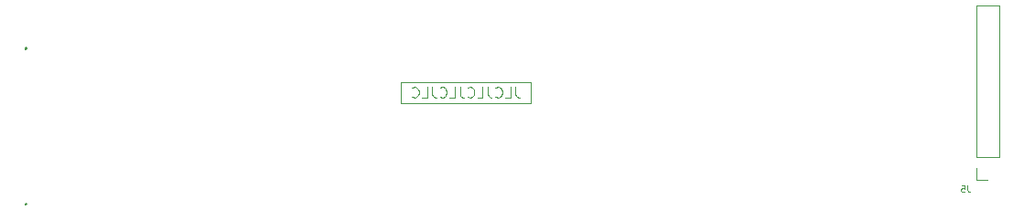
<source format=gbr>
%TF.GenerationSoftware,KiCad,Pcbnew,(5.99.0-11174-ge2a2c3282a)*%
%TF.CreationDate,2021-07-05T22:54:39+02:00*%
%TF.ProjectId,flatlight_rev20_LEDSIDE,666c6174-6c69-4676-9874-5f7265763230,rev?*%
%TF.SameCoordinates,Original*%
%TF.FileFunction,Legend,Bot*%
%TF.FilePolarity,Positive*%
%FSLAX46Y46*%
G04 Gerber Fmt 4.6, Leading zero omitted, Abs format (unit mm)*
G04 Created by KiCad (PCBNEW (5.99.0-11174-ge2a2c3282a)) date 2021-07-05 22:54:39*
%MOMM*%
%LPD*%
G01*
G04 APERTURE LIST*
%ADD10C,0.150000*%
%ADD11C,0.100000*%
%ADD12C,0.120000*%
G04 APERTURE END LIST*
D10*
%TO.C,D35*%
X164007142Y-107850000D02*
X164054761Y-107897619D01*
X164102380Y-107850000D01*
X164054761Y-107802380D01*
X164007142Y-107850000D01*
X164102380Y-107850000D01*
D11*
%TO.C,logo11*%
X209369047Y-97002380D02*
X209369047Y-97716666D01*
X209416666Y-97859523D01*
X209511904Y-97954761D01*
X209654761Y-98002380D01*
X209750000Y-98002380D01*
X208416666Y-98002380D02*
X208892857Y-98002380D01*
X208892857Y-97002380D01*
X207511904Y-97907142D02*
X207559523Y-97954761D01*
X207702380Y-98002380D01*
X207797619Y-98002380D01*
X207940476Y-97954761D01*
X208035714Y-97859523D01*
X208083333Y-97764285D01*
X208130952Y-97573809D01*
X208130952Y-97430952D01*
X208083333Y-97240476D01*
X208035714Y-97145238D01*
X207940476Y-97050000D01*
X207797619Y-97002380D01*
X207702380Y-97002380D01*
X207559523Y-97050000D01*
X207511904Y-97097619D01*
X206797619Y-97002380D02*
X206797619Y-97716666D01*
X206845238Y-97859523D01*
X206940476Y-97954761D01*
X207083333Y-98002380D01*
X207178571Y-98002380D01*
X205845238Y-98002380D02*
X206321428Y-98002380D01*
X206321428Y-97002380D01*
X204940476Y-97907142D02*
X204988095Y-97954761D01*
X205130952Y-98002380D01*
X205226190Y-98002380D01*
X205369047Y-97954761D01*
X205464285Y-97859523D01*
X205511904Y-97764285D01*
X205559523Y-97573809D01*
X205559523Y-97430952D01*
X205511904Y-97240476D01*
X205464285Y-97145238D01*
X205369047Y-97050000D01*
X205226190Y-97002380D01*
X205130952Y-97002380D01*
X204988095Y-97050000D01*
X204940476Y-97097619D01*
X204226190Y-97002380D02*
X204226190Y-97716666D01*
X204273809Y-97859523D01*
X204369047Y-97954761D01*
X204511904Y-98002380D01*
X204607142Y-98002380D01*
X203273809Y-98002380D02*
X203750000Y-98002380D01*
X203750000Y-97002380D01*
X202369047Y-97907142D02*
X202416666Y-97954761D01*
X202559523Y-98002380D01*
X202654761Y-98002380D01*
X202797619Y-97954761D01*
X202892857Y-97859523D01*
X202940476Y-97764285D01*
X202988095Y-97573809D01*
X202988095Y-97430952D01*
X202940476Y-97240476D01*
X202892857Y-97145238D01*
X202797619Y-97050000D01*
X202654761Y-97002380D01*
X202559523Y-97002380D01*
X202416666Y-97050000D01*
X202369047Y-97097619D01*
X201654761Y-97002380D02*
X201654761Y-97716666D01*
X201702380Y-97859523D01*
X201797619Y-97954761D01*
X201940476Y-98002380D01*
X202035714Y-98002380D01*
X200702380Y-98002380D02*
X201178571Y-98002380D01*
X201178571Y-97002380D01*
X199797619Y-97907142D02*
X199845238Y-97954761D01*
X199988095Y-98002380D01*
X200083333Y-98002380D01*
X200226190Y-97954761D01*
X200321428Y-97859523D01*
X200369047Y-97764285D01*
X200416666Y-97573809D01*
X200416666Y-97430952D01*
X200369047Y-97240476D01*
X200321428Y-97145238D01*
X200226190Y-97050000D01*
X200083333Y-97002380D01*
X199988095Y-97002380D01*
X199845238Y-97050000D01*
X199797619Y-97097619D01*
D10*
%TO.C,D34*%
X164007142Y-93450000D02*
X164054761Y-93497619D01*
X164102380Y-93450000D01*
X164054761Y-93402380D01*
X164007142Y-93450000D01*
X164102380Y-93450000D01*
D11*
%TO.C,J5*%
X251200000Y-106171428D02*
X251200000Y-106600000D01*
X251228571Y-106685714D01*
X251285714Y-106742857D01*
X251371428Y-106771428D01*
X251428571Y-106771428D01*
X250628571Y-106171428D02*
X250914285Y-106171428D01*
X250942857Y-106457142D01*
X250914285Y-106428571D01*
X250857142Y-106400000D01*
X250714285Y-106400000D01*
X250657142Y-106428571D01*
X250628571Y-106457142D01*
X250600000Y-106514285D01*
X250600000Y-106657142D01*
X250628571Y-106714285D01*
X250657142Y-106742857D01*
X250714285Y-106771428D01*
X250857142Y-106771428D01*
X250914285Y-106742857D01*
X250942857Y-106714285D01*
D12*
%TO.C,logo11*%
X198750000Y-96550000D02*
X198750000Y-98550000D01*
X210750000Y-98550000D02*
X210750000Y-96550000D01*
X210750000Y-96550000D02*
X198750000Y-96550000D01*
X198750000Y-98550000D02*
X210750000Y-98550000D01*
%TO.C,J5*%
X254110000Y-103550000D02*
X254110000Y-89490000D01*
X251990000Y-103550000D02*
X251990000Y-89490000D01*
X251990000Y-103550000D02*
X254110000Y-103550000D01*
X251990000Y-89490000D02*
X254110000Y-89490000D01*
X251990000Y-104550000D02*
X251990000Y-105610000D01*
X251990000Y-105610000D02*
X253050000Y-105610000D01*
%TD*%
M02*

</source>
